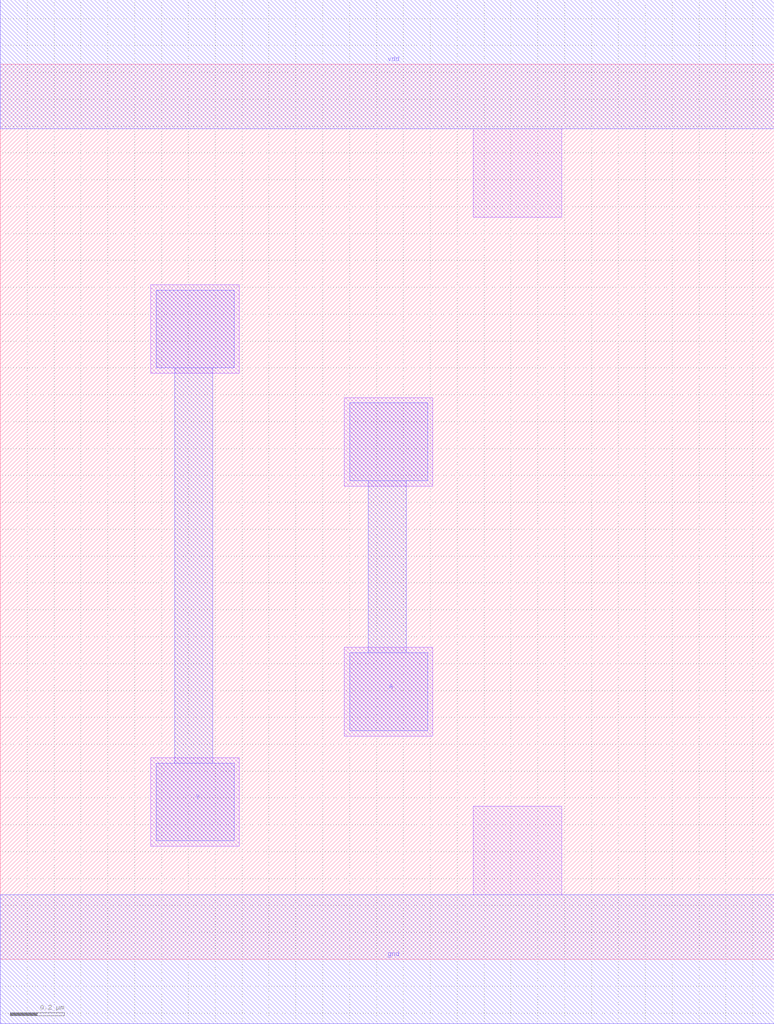
<source format=lef>
VERSION 5.7 ;
  NOWIREEXTENSIONATPIN ON ;
  DIVIDERCHAR "/" ;
  BUSBITCHARS "[]" ;
MACRO INVX1
  CLASS CORE ;
  FOREIGN INVX1 ;
  ORIGIN 0.000 0.000 ;
  SIZE 2.880 BY 3.330 ;
  SYMMETRY X Y R90 ;
  SITE unit ;
  PIN vdd
    DIRECTION INOUT ;
    USE POWER ;
    SHAPE ABUTMENT ;
    PORT
      LAYER met1 ;
        RECT 0.000 3.090 2.880 3.570 ;
    END
  END vdd
  PIN gnd
    DIRECTION INOUT ;
    USE POWER ;
    SHAPE ABUTMENT ;
    PORT
      LAYER met1 ;
        RECT 0.000 -0.240 2.880 0.240 ;
    END
  END gnd
  PIN Y
    DIRECTION INOUT ;
    USE SIGNAL ;
    SHAPE ABUTMENT ;
    PORT
      LAYER met1 ;
        RECT 0.580 2.200 0.870 2.490 ;
        RECT 0.650 0.730 0.790 2.200 ;
        RECT 0.580 0.440 0.870 0.730 ;
    END
  END Y
  PIN A
    DIRECTION INOUT ;
    USE SIGNAL ;
    SHAPE ABUTMENT ;
    PORT
      LAYER met1 ;
        RECT 1.300 1.780 1.590 2.070 ;
        RECT 1.370 1.140 1.510 1.780 ;
        RECT 1.300 0.850 1.590 1.140 ;
    END
  END A
  OBS
      LAYER li1 ;
        RECT 1.760 2.760 2.090 3.090 ;
        RECT 0.560 2.180 0.890 2.510 ;
        RECT 1.280 1.760 1.610 2.090 ;
        RECT 1.280 0.830 1.610 1.160 ;
        RECT 0.560 0.420 0.890 0.750 ;
        RECT 1.760 0.240 2.090 0.570 ;
  END
END INVX1
END LIBRARY


</source>
